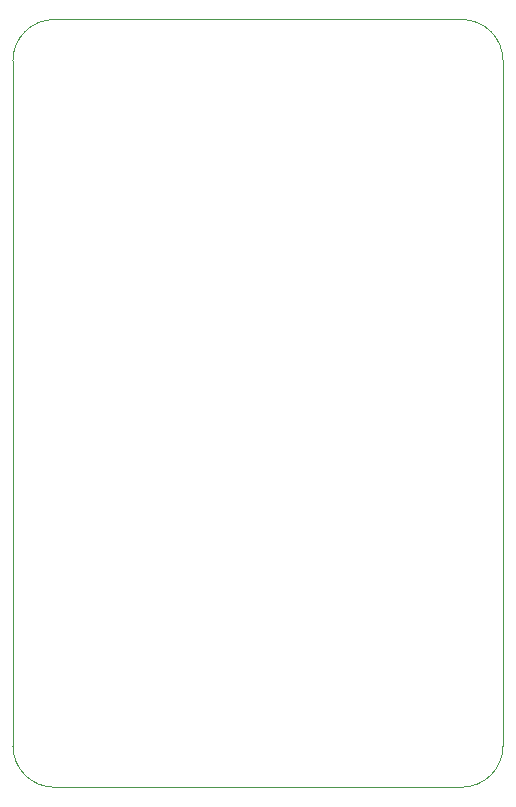
<source format=gm1>
G04 #@! TF.GenerationSoftware,KiCad,Pcbnew,(6.0.7-1)-1*
G04 #@! TF.CreationDate,2022-10-15T14:15:15+02:00*
G04 #@! TF.ProjectId,PicoWeather,5069636f-5765-4617-9468-65722e6b6963,rev?*
G04 #@! TF.SameCoordinates,Original*
G04 #@! TF.FileFunction,Profile,NP*
%FSLAX46Y46*%
G04 Gerber Fmt 4.6, Leading zero omitted, Abs format (unit mm)*
G04 Created by KiCad (PCBNEW (6.0.7-1)-1) date 2022-10-15 14:15:15*
%MOMM*%
%LPD*%
G01*
G04 APERTURE LIST*
G04 #@! TA.AperFunction,Profile*
%ADD10C,0.100000*%
G04 #@! TD*
G04 APERTURE END LIST*
D10*
X96500000Y-115000000D02*
G75*
G03*
X100000000Y-111500000I0J3500000D01*
G01*
X100000000Y-53500000D02*
X100000000Y-111500000D01*
X58500000Y-111500000D02*
G75*
G03*
X62000000Y-115000000I3500000J0D01*
G01*
X62000000Y-50000000D02*
G75*
G03*
X58500000Y-53500000I0J-3500000D01*
G01*
X58500000Y-111500000D02*
X58500000Y-53500000D01*
X62000000Y-115000000D02*
X96500000Y-115000000D01*
X62000000Y-50000000D02*
X96500000Y-50000000D01*
X100000000Y-53500000D02*
G75*
G03*
X96500000Y-50000000I-3500000J0D01*
G01*
M02*

</source>
